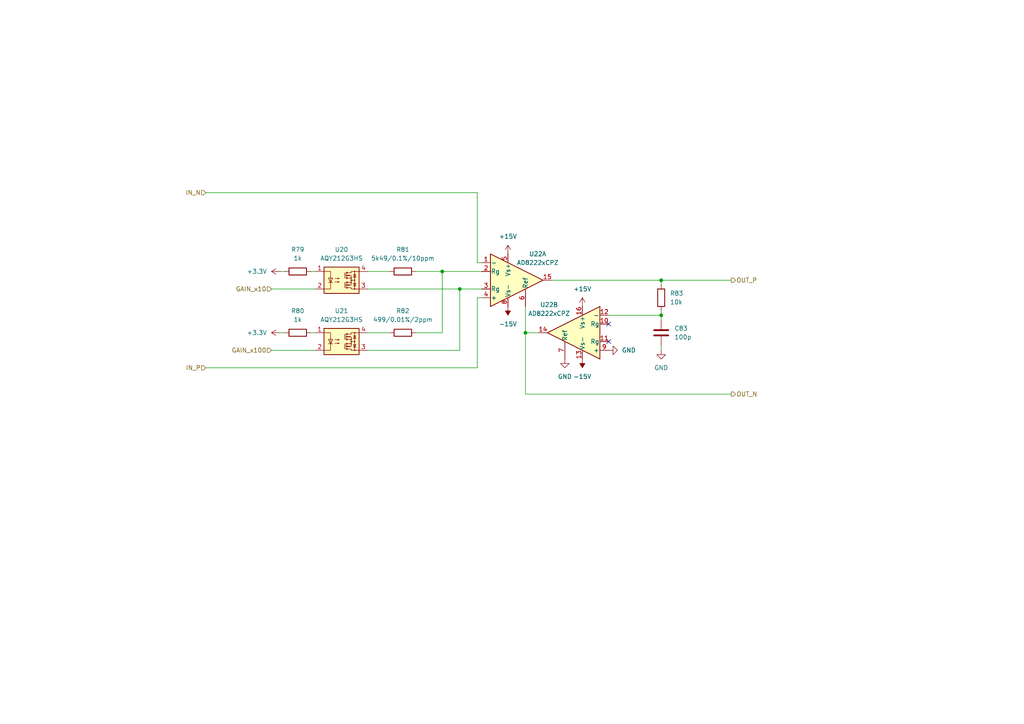
<source format=kicad_sch>
(kicad_sch (version 20250114) (generator "eeschema") (generator_version "9.0")
  (paper "A4")
  (lib_symbols
    (symbol "ADC7177B1:AD8222xCPZ" (pin_names (offset 0.127))
      (property "Reference" "U" (at 5.588 7.366 0))
      (property "Value" "AD8222xCPZ" (at 5.842 5.08 0))
      (symbol "AD8222xCPZ_0_1"
        (polyline (pts (xy -7.62 7.62) (xy -7.62 -7.62) (xy 7.62 0) (xy -7.62 7.62)) (stroke (width 0.254)) (fill (type background)))
      )
      (symbol "AD8222xCPZ_1_1"
        (pin input line (at -10.16 5.08 0) (length 2.54) (name "-") (number "1"))
        (pin passive line (at -10.16 2.54 0) (length 2.54) (name "Rg") (number "2"))
        (pin passive line (at -10.16 -2.54 0) (length 2.54) (name "Rg") (number "3"))
        (pin input line (at -10.16 -5.08 0) (length 2.54) (name "+") (number "4"))
        (pin power_in line (at -2.54 7.62 270) (length 2.54) (name "Vs+") (number "5"))
        (pin power_in line (at -2.54 -7.62 90) (length 2.54) (name "Vs-") (number "8"))
        (pin passive line (at 2.54 -7.62 90) (length 5.08) (name "Ref") (number "6"))
        (pin output line (at 10.16 0 180) (length 2.54) (name "~") (number "15"))
      )
      (symbol "AD8222xCPZ_2_1"
        (pin input line (at -10.16 5.08 0) (length 2.54) (name "-") (number "12"))
        (pin passive line (at -10.16 2.54 0) (length 2.54) (name "Rg") (number "10"))
        (pin passive line (at -10.16 -2.54 0) (length 2.54) (name "Rg") (number "11"))
        (pin input line (at -10.16 -5.08 0) (length 2.54) (name "+") (number "9"))
        (pin power_in line (at -2.54 7.62 270) (length 2.54) (name "Vs+") (number "16"))
        (pin power_in line (at -2.54 -7.62 90) (length 2.54) (name "Vs-") (number "13"))
        (pin passive line (at 2.54 -7.62 90) (length 5.08) (name "Ref") (number "7"))
        (pin output line (at 10.16 0 180) (length 2.54) (name "~") (number "14"))
      )
    )
    (symbol "ADC7177B1:AQY212G3HS"
      (property "Reference" "U" (at -5.08 5.08 0))
      (property "Value" "AQY212G3HS" (at 0 5.08 0))
      (symbol "AQY212G3HS_0_1"
        (rectangle (start -5.08 3.81) (end 5.08 -3.81) (stroke (width 0.254)) (fill (type background)))
        (polyline (pts (xy -5.08 2.54) (xy -3.175 2.54) (xy -3.175 -2.54) (xy -5.08 -2.54)))
        (polyline (pts (xy -3.81 -0.635) (xy -2.54 -0.635)))
        (polyline (pts (xy -3.175 -0.635) (xy -3.81 0.635) (xy -2.54 0.635) (xy -3.175 -0.635)))
        (polyline (pts (xy -1.905 0.508) (xy -0.635 0.508) (xy -1.016 0.381) (xy -1.016 0.635) (xy -0.635 0.508)))
        (polyline (pts (xy -1.905 -0.508) (xy -0.635 -0.508) (xy -1.016 -0.635) (xy -1.016 -0.381) (xy -0.635 -0.508)))
        (polyline (pts (xy 1.016 2.159) (xy 1.016 0.635)) (stroke (width 0.2032)))
        (polyline (pts (xy 1.016 -0.635) (xy 1.016 -2.159)) (stroke (width 0.2032)))
        (polyline (pts (xy 1.524 2.286) (xy 1.524 2.032) (xy 1.524 2.032)) (stroke (width 0.3556)))
        (polyline (pts (xy 1.524 1.524) (xy 1.524 1.27) (xy 1.524 1.27)) (stroke (width 0.3556)))
        (polyline (pts (xy 1.524 0.762) (xy 1.524 0.508) (xy 1.524 0.508)) (stroke (width 0.3556)))
        (polyline (pts (xy 1.524 -0.508) (xy 1.524 -0.762)) (stroke (width 0.3556)))
        (polyline (pts (xy 1.524 -1.27) (xy 1.524 -1.524) (xy 1.524 -1.524)) (stroke (width 0.3556)))
        (polyline (pts (xy 1.524 -2.032) (xy 1.524 -2.286) (xy 1.524 -2.286)) (stroke (width 0.3556)))
        (polyline (pts (xy 1.651 2.159) (xy 2.794 2.159) (xy 2.794 2.54) (xy 5.08 2.54)))
        (polyline (pts (xy 1.651 1.397) (xy 2.794 1.397) (xy 2.794 0.635)))
        (polyline (pts (xy 1.651 -0.635) (xy 2.794 -0.635) (xy 2.794 0.635) (xy 1.651 0.635)))
        (polyline (pts (xy 1.651 -1.397) (xy 2.794 -1.397) (xy 2.794 -0.635)))
        (polyline (pts (xy 1.651 -2.159) (xy 2.794 -2.159) (xy 2.794 -2.54) (xy 5.08 -2.54)))
        (polyline (pts (xy 1.778 1.397) (xy 2.286 1.524) (xy 2.286 1.27) (xy 1.778 1.397)))
        (polyline (pts (xy 1.778 -1.397) (xy 2.286 -1.27) (xy 2.286 -1.524) (xy 1.778 -1.397)))
        (circle (center 2.794 0.635) (radius 0.127))
        (polyline (pts (xy 2.794 0) (xy 3.81 0)))
        (circle (center 2.794 0) (radius 0.127))
        (circle (center 2.794 -0.635) (radius 0.127))
        (polyline (pts (xy 3.429 1.651) (xy 4.191 1.651)))
        (polyline (pts (xy 3.429 -1.651) (xy 4.191 -1.651)))
        (circle (center 3.81 2.54) (radius 0.127))
        (polyline (pts (xy 3.81 1.651) (xy 3.429 0.889) (xy 4.191 0.889) (xy 3.81 1.651)))
        (circle (center 3.81 0) (radius 0.127))
        (polyline (pts (xy 3.81 -1.651) (xy 3.429 -0.889) (xy 4.191 -0.889) (xy 3.81 -1.651)))
        (polyline (pts (xy 3.81 -2.54) (xy 3.81 2.54)))
        (circle (center 3.81 -2.54) (radius 0.127))
      )
      (symbol "AQY212G3HS_1_1"
        (pin passive line (at -7.62 2.54 0) (length 2.54) (name "~") (number "1"))
        (pin passive line (at -7.62 -2.54 0) (length 2.54) (name "~") (number "2"))
        (pin passive line (at 7.62 2.54 180) (length 2.54) (name "~") (number "4"))
        (pin passive line (at 7.62 -2.54 180) (length 2.54) (name "~") (number "3"))
      )
    )
    (symbol "Device:C" (pin_numbers (hide yes)) (pin_names (offset 0.254))
      (property "Reference" "C" (at 0.635 2.54 0))
      (property "Value" "C" (at 0.635 -2.54 0))
      (symbol "C_0_1"
        (polyline (pts (xy -2.032 0.762) (xy 2.032 0.762)) (stroke (width 0.508)))
        (polyline (pts (xy -2.032 -0.762) (xy 2.032 -0.762)) (stroke (width 0.508)))
      )
      (symbol "C_1_1"
        (pin passive line (at 0 3.81 270) (length 2.794) (name "~") (number "1"))
        (pin passive line (at 0 -3.81 90) (length 2.794) (name "~") (number "2"))
      )
    )
    (symbol "Device:R" (pin_numbers (hide yes)) (pin_names (offset 0))
      (property "Reference" "R" (at 2.032 0 90))
      (property "Value" "R" (at 0 0 90))
      (symbol "R_0_1"
        (rectangle (start -1.016 -2.54) (end 1.016 2.54) (stroke (width 0.254)))
      )
      (symbol "R_1_1"
        (pin passive line (at 0 3.81 270) (length 1.27) (name "~") (number "1"))
        (pin passive line (at 0 -3.81 90) (length 1.27) (name "~") (number "2"))
      )
    )
    (symbol "power:+15V" (power) (pin_numbers (hide yes)) (pin_names (offset 0) (hide yes))
      (property "Value" "+15V" (at 0 3.556 0))
      (symbol "+15V_0_1"
        (polyline (pts (xy -0.762 1.27) (xy 0 2.54)))
        (polyline (pts (xy 0 2.54) (xy 0.762 1.27)))
        (polyline (pts (xy 0 0) (xy 0 2.54)))
      )
      (symbol "+15V_1_1"
        (pin power_in line (at 0 0 90) (length 0) (name "~") (number "1"))
      )
    )
    (symbol "power:+3.3V" (power) (pin_numbers (hide yes)) (pin_names (offset 0) (hide yes))
      (property "Value" "+3.3V" (at 0 3.556 0))
      (symbol "+3.3V_0_1"
        (polyline (pts (xy -0.762 1.27) (xy 0 2.54)))
        (polyline (pts (xy 0 2.54) (xy 0.762 1.27)))
        (polyline (pts (xy 0 0) (xy 0 2.54)))
      )
      (symbol "+3.3V_1_1"
        (pin power_in line (at 0 0 90) (length 0) (name "~") (number "1"))
      )
    )
    (symbol "power:-15V" (power) (pin_numbers (hide yes)) (pin_names (offset 0) (hide yes))
      (property "Value" "-15V" (at 0 3.556 0))
      (symbol "-15V_0_0"
        (pin power_in line (at 0 0 90) (length 0) (name "~") (number "1"))
      )
      (symbol "-15V_0_1"
        (polyline (pts (xy 0 0) (xy 0 1.27) (xy 0.762 1.27) (xy 0 2.54) (xy -0.762 1.27) (xy 0 1.27)) (fill (type outline)))
      )
    )
    (symbol "power:GND" (power) (pin_numbers (hide yes)) (pin_names (offset 0) (hide yes))
      (property "Value" "GND" (at 0 -3.81 0))
      (symbol "GND_0_1"
        (polyline (pts (xy 0 0) (xy 0 -1.27) (xy 1.27 -1.27) (xy 0 -2.54) (xy -1.27 -1.27) (xy 0 -1.27)))
      )
      (symbol "GND_1_1"
        (pin power_in line (at 0 0 270) (length 0) (name "~") (number "1"))
      )
    )
  )
  (junction (at 152.4 96.52))
  (junction (at 191.77 81.28))
  (junction (at 128.27 78.74))
  (junction (at 191.77 91.44))
  (junction (at 133.35 83.82))
  (no_connect (at 176.53 93.98))
  (no_connect (at 176.53 99.06))
  (wire (pts (xy 152.4 88.9) (xy 152.4 96.52)))
  (wire (pts (xy 133.35 101.6) (xy 133.35 83.82)))
  (wire (pts (xy 81.28 78.74) (xy 82.55 78.74)))
  (wire (pts (xy 81.28 96.52) (xy 82.55 96.52)))
  (wire (pts (xy 152.4 96.52) (xy 152.4 114.3)))
  (wire (pts (xy 191.77 91.44) (xy 191.77 92.71)))
  (wire (pts (xy 191.77 82.55) (xy 191.77 81.28)))
  (wire (pts (xy 78.74 101.6) (xy 91.44 101.6)))
  (wire (pts (xy 191.77 91.44) (xy 191.77 90.17)))
  (wire (pts (xy 128.27 78.74) (xy 128.27 96.52)))
  (wire (pts (xy 106.68 96.52) (xy 113.03 96.52)))
  (wire (pts (xy 152.4 114.3) (xy 212.09 114.3)))
  (wire (pts (xy 120.65 78.74) (xy 128.27 78.74)))
  (wire (pts (xy 59.69 106.68) (xy 138.43 106.68)))
  (wire (pts (xy 133.35 83.82) (xy 139.7 83.82)))
  (wire (pts (xy 78.74 83.82) (xy 91.44 83.82)))
  (wire (pts (xy 106.68 83.82) (xy 133.35 83.82)))
  (wire (pts (xy 138.43 76.2) (xy 138.43 55.88)))
  (wire (pts (xy 176.53 91.44) (xy 191.77 91.44)))
  (wire (pts (xy 156.21 96.52) (xy 152.4 96.52)))
  (wire (pts (xy 138.43 76.2) (xy 139.7 76.2)))
  (wire (pts (xy 106.68 78.74) (xy 113.03 78.74)))
  (wire (pts (xy 128.27 78.74) (xy 139.7 78.74)))
  (wire (pts (xy 160.02 81.28) (xy 191.77 81.28)))
  (wire (pts (xy 191.77 100.33) (xy 191.77 101.6)))
  (wire (pts (xy 90.17 78.74) (xy 91.44 78.74)))
  (wire (pts (xy 90.17 96.52) (xy 91.44 96.52)))
  (wire (pts (xy 138.43 86.36) (xy 139.7 86.36)))
  (wire (pts (xy 138.43 106.68) (xy 138.43 86.36)))
  (wire (pts (xy 120.65 96.52) (xy 128.27 96.52)))
  (wire (pts (xy 191.77 81.28) (xy 212.09 81.28)))
  (wire (pts (xy 106.68 101.6) (xy 133.35 101.6)))
  (wire (pts (xy 59.69 55.88) (xy 138.43 55.88)))
  (hierarchical_label "IN_P" (shape input) (at 59.69 106.68 180))
  (hierarchical_label "GAIN_x10" (shape input) (at 78.74 83.82 180))
  (hierarchical_label "OUT_P" (shape output) (at 212.09 81.28 0))
  (hierarchical_label "IN_N" (shape input) (at 59.69 55.88 180))
  (hierarchical_label "OUT_N" (shape output) (at 212.09 114.3 0))
  (hierarchical_label "GAIN_x100" (shape input) (at 78.74 101.6 180))
  (symbol (lib_id "ADC7177B1:AQY212G3HS") (at 99.06 81.28 0) (unit 1)
    (property "Reference" "U20" (at 99.06 72.39 0))
    (property "Value" "AQY212G3HS" (at 99.06 74.93 0))
    (property "Footprint" "Package_SO:SO-4_4.4x4.3mm_P2.54mm" (effects (hide yes)))
    (property "Datasheet" "https://www.mouser.com/catalog/specsheets/Panasonic_8-10-2023_Relay%20PhotoMOS%20(AQY21%20Series)%20060123.pdf" (effects (hide yes)))
    (property "Description" "Miniature SOP4-pin type with high capacity up to Max. 1.8A in the series" (effects (hide yes)))
  )
  (symbol (lib_id "power:GND") (at 191.77 101.6 0) (unit 1)
    (property "Reference" "#PWR0177" (effects (hide yes)))
    (property "Value" "GND" (at 191.77 106.68 0))
    (property "Description" "Power symbol creates a global label with name \"GND\" , ground" (effects (hide yes)))
  )
  (symbol (lib_id "ADC7177B1:AQY212G3HS") (at 99.06 99.06 0) (unit 1)
    (property "Reference" "U21" (at 99.06 90.17 0))
    (property "Value" "AQY212G3HS" (at 99.06 92.71 0))
    (property "Footprint" "Package_SO:SO-4_4.4x4.3mm_P2.54mm" (effects (hide yes)))
    (property "Datasheet" "https://www.mouser.com/catalog/specsheets/Panasonic_8-10-2023_Relay%20PhotoMOS%20(AQY21%20Series)%20060123.pdf" (effects (hide yes)))
    (property "Description" "Miniature SOP4-pin type with high capacity up to Max. 1.8A in the series" (effects (hide yes)))
  )
  (symbol (lib_id "power:+3.3V") (at 81.28 96.52 90) (unit 1)
    (property "Reference" "#PWR0170" (effects (hide yes)))
    (property "Value" "+3.3V" (at 77.47 96.5199 90) (effects (justify left)))
    (property "Description" "Power symbol creates a global label with name \"+3.3V\"" (effects (hide yes)))
  )
  (symbol (lib_id "Device:R") (at 86.36 78.74 90) (unit 1)
    (property "Reference" "R79" (at 86.36 72.39 90))
    (property "Value" "1k" (at 86.36 74.93 90))
    (property "Footprint" "Resistor_SMD:R_0603_1608Metric" (effects (hide yes)))
    (property "Description" "Resistor" (effects (hide yes)))
  )
  (symbol (lib_id "ADC7177B1:AD8222xCPZ") (at 166.37 96.52 0) (mirror y) (unit 2)
    (property "Reference" "U22" (at 159.258 88.392 0))
    (property "Value" "AD8222xCPZ" (at 159.258 90.932 0))
    (property "Footprint" "Package_CSP:LFCSP-16-1EP_4x4mm_P0.65mm_EP2.4x2.4mm" (effects (hide yes)))
    (property "Datasheet" "https://www.analog.com/media/en/technical-documentation/data-sheets/ad8222.pdf" (effects (hide yes)))
    (property "Description" "Precision, Dual-Channel Instrumentation Amplifier" (effects (hide yes)))
  )
  (symbol (lib_id "power:-15V") (at 168.91 104.14 180) (unit 1)
    (property "Reference" "#PWR0175" (effects (hide yes)))
    (property "Value" "-15V" (at 168.91 109.22 0))
    (property "Description" "Power symbol creates a global label with name \"-15V\"" (effects (hide yes)))
  )
  (symbol (lib_id "power:+15V") (at 147.32 73.66 0) (unit 1)
    (property "Reference" "#PWR0171" (effects (hide yes)))
    (property "Value" "+15V" (at 147.32 68.58 0))
    (property "Description" "Power symbol creates a global label with name \"+15V\"" (effects (hide yes)))
  )
  (symbol (lib_id "Device:C") (at 191.77 96.52 0) (unit 1)
    (property "Reference" "C83" (at 195.58 95.2499 0) (effects (justify left)))
    (property "Value" "100p" (at 195.58 97.7899 0) (effects (justify left)))
    (property "Footprint" "Capacitor_SMD:C_0603_1608Metric" (effects (hide yes)))
    (property "Description" "Unpolarized capacitor" (effects (hide yes)))
  )
  (symbol (lib_id "Device:R") (at 116.84 78.74 90) (unit 1)
    (property "Reference" "R81" (at 116.84 72.39 90))
    (property "Value" "5k49/0.1%/10ppm" (at 116.84 74.93 90))
    (property "Footprint" "Resistor_SMD:R_0603_1608Metric" (effects (hide yes)))
    (property "Description" "Resistor" (effects (hide yes)))
  )
  (symbol (lib_id "power:GND") (at 176.53 101.6 90) (unit 1)
    (property "Reference" "#PWR0176" (effects (hide yes)))
    (property "Value" "GND" (at 180.34 101.5999 90) (effects (justify right)))
    (property "Description" "Power symbol creates a global label with name \"GND\" , ground" (effects (hide yes)))
  )
  (symbol (lib_id "power:+3.3V") (at 81.28 78.74 90) (unit 1)
    (property "Reference" "#PWR0169" (effects (hide yes)))
    (property "Value" "+3.3V" (at 77.47 78.7399 90) (effects (justify left)))
    (property "Description" "Power symbol creates a global label with name \"+3.3V\"" (effects (hide yes)))
  )
  (symbol (lib_id "Device:R") (at 116.84 96.52 90) (unit 1)
    (property "Reference" "R82" (at 116.84 90.17 90))
    (property "Value" "499/0.01%/2ppm" (at 116.84 92.71 90))
    (property "Footprint" "Resistor_SMD:R_0603_1608Metric" (effects (hide yes)))
    (property "Description" "Resistor" (effects (hide yes)))
  )
  (symbol (lib_id "power:GND") (at 163.83 104.14 0) (unit 1)
    (property "Reference" "#PWR0173" (effects (hide yes)))
    (property "Value" "GND" (at 163.83 109.22 0))
    (property "Description" "Power symbol creates a global label with name \"GND\" , ground" (effects (hide yes)))
  )
  (symbol (lib_id "Device:R") (at 191.77 86.36 0) (unit 1)
    (property "Reference" "R83" (at 194.31 85.0899 0) (effects (justify left)))
    (property "Value" "10k" (at 194.31 87.6299 0) (effects (justify left)))
    (property "Footprint" "Resistor_SMD:R_0603_1608Metric" (effects (hide yes)))
    (property "Description" "Resistor" (effects (hide yes)))
  )
  (symbol (lib_id "Device:R") (at 86.36 96.52 90) (unit 1)
    (property "Reference" "R80" (at 86.36 90.17 90))
    (property "Value" "1k" (at 86.36 92.71 90))
    (property "Footprint" "Resistor_SMD:R_0603_1608Metric" (effects (hide yes)))
    (property "Description" "Resistor" (effects (hide yes)))
  )
  (symbol (lib_id "ADC7177B1:AD8222xCPZ") (at 149.86 81.28 0) (unit 1)
    (property "Reference" "U22" (at 155.956 73.66 0))
    (property "Value" "AD8222xCPZ" (at 155.956 76.2 0))
    (property "Footprint" "Package_CSP:LFCSP-16-1EP_4x4mm_P0.65mm_EP2.4x2.4mm" (effects (hide yes)))
    (property "Datasheet" "https://www.analog.com/media/en/technical-documentation/data-sheets/ad8222.pdf" (effects (hide yes)))
    (property "Description" "Precision, Dual-Channel Instrumentation Amplifier" (effects (hide yes)))
  )
  (symbol (lib_id "power:+15V") (at 168.91 88.9 0) (unit 1)
    (property "Reference" "#PWR0174" (effects (hide yes)))
    (property "Value" "+15V" (at 168.91 83.82 0))
    (property "Description" "Power symbol creates a global label with name \"+15V\"" (effects (hide yes)))
  )
  (symbol (lib_id "power:-15V") (at 147.32 88.9 180) (unit 1)
    (property "Reference" "#PWR0172" (effects (hide yes)))
    (property "Value" "-15V" (at 147.32 93.98 0))
    (property "Description" "Power symbol creates a global label with name \"-15V\"" (effects (hide yes)))
  )
)
</source>
